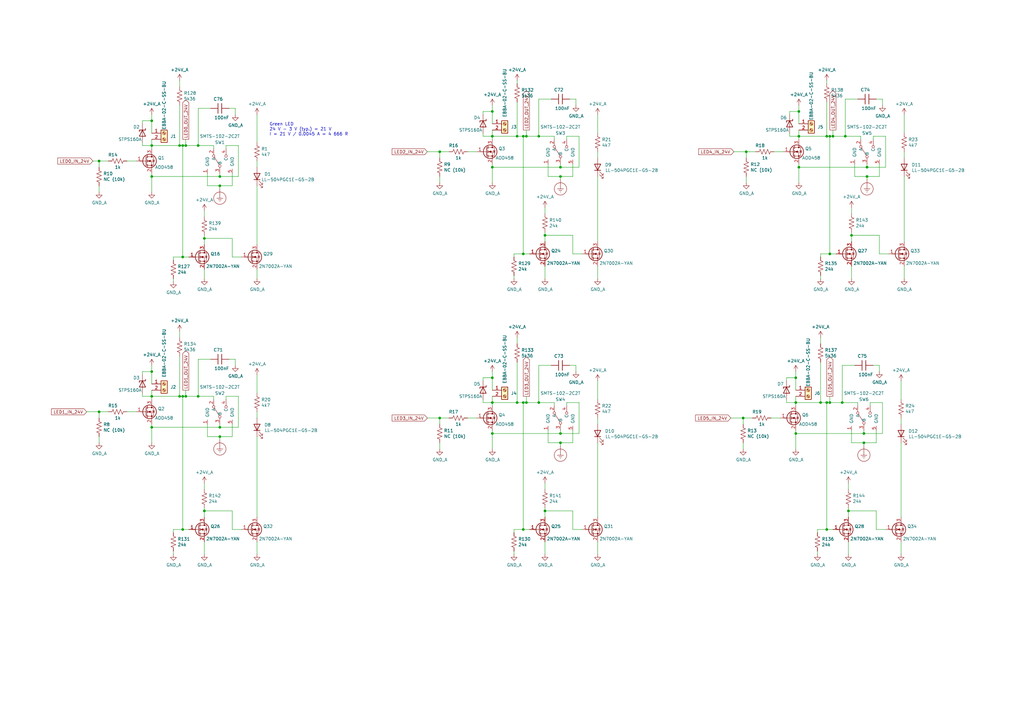
<source format=kicad_sch>
(kicad_sch (version 20230121) (generator eeschema)
  (paper "A3")
  (title_block (title "Outputs - switches 1-6") (date "2023-07-15") (rev "v2.0") (company "Roman Labovsky (roman-labovsky.cz)"))
  (junction (at 355.6 72.39))
  (junction (at 201.93 45.72))
  (junction (at 345.44 165.1))
  (junction (at 180.34 62.23))
  (junction (at 326.39 177.8))
  (junction (at 201.93 177.8))
  (junction (at 306.07 62.23))
  (junction (at 340.36 165.1))
  (junction (at 340.36 55.88))
  (junction (at 339.09 55.88))
  (junction (at 73.66 59.69))
  (junction (at 201.93 165.1))
  (junction (at 62.23 59.69))
  (junction (at 83.82 97.79))
  (junction (at 212.09 55.88))
  (junction (at 201.93 154.94))
  (junction (at 212.09 165.1))
  (junction (at 347.98 209.55))
  (junction (at 62.23 162.56))
  (junction (at 215.9 165.1))
  (junction (at 81.28 59.69))
  (junction (at 304.8 171.45))
  (junction (at 229.87 72.39))
  (junction (at 223.52 96.52))
  (junction (at 229.87 177.8))
  (junction (at 180.34 171.45))
  (junction (at 229.87 68.58))
  (junction (at 73.66 162.56))
  (junction (at 81.28 162.56))
  (junction (at 339.09 165.1))
  (junction (at 90.17 179.07))
  (junction (at 90.17 72.39))
  (junction (at 214.63 55.88))
  (junction (at 346.71 55.88))
  (junction (at 74.93 217.17))
  (junction (at 327.66 68.58))
  (junction (at 62.23 175.26))
  (junction (at 327.66 55.88))
  (junction (at 349.25 96.52))
  (junction (at 354.33 181.61))
  (junction (at 229.87 181.61))
  (junction (at 214.63 104.14))
  (junction (at 62.23 72.39))
  (junction (at 340.36 104.14))
  (junction (at 201.93 55.88))
  (junction (at 74.93 59.69))
  (junction (at 326.39 165.1))
  (junction (at 220.98 55.88))
  (junction (at 214.63 217.17))
  (junction (at 327.66 45.72))
  (junction (at 201.93 68.58))
  (junction (at 40.64 168.91))
  (junction (at 62.23 49.53))
  (junction (at 214.63 165.1))
  (junction (at 62.23 152.4))
  (junction (at 90.17 76.2))
  (junction (at 223.52 209.55))
  (junction (at 341.63 55.88))
  (junction (at 76.2 59.69))
  (junction (at 339.09 217.17))
  (junction (at 74.93 105.41))
  (junction (at 215.9 55.88))
  (junction (at 354.33 177.8))
  (junction (at 74.93 162.56))
  (junction (at 336.55 165.1))
  (junction (at 355.6 68.58))
  (junction (at 326.39 154.94))
  (junction (at 90.17 175.26))
  (junction (at 40.64 66.04))
  (junction (at 83.82 209.55))
  (junction (at 76.2 162.56))
  (junction (at 220.98 165.1))
  (wire (pts (xy 336.55 104.14) (xy 340.36 104.14)))
  (wire (pts (xy 229.87 72.39) (xy 234.95 72.39)))
  (wire (pts (xy 359.41 181.61) (xy 359.41 176.53)))
  (wire (pts (xy 95.25 105.41) (xy 99.06 105.41)))
  (wire (pts (xy 62.23 152.4) (xy 62.23 157.48)))
  (wire (pts (xy 358.14 149.86) (xy 360.68 149.86)))
  (wire (pts (xy 322.58 165.1) (xy 322.58 163.83)))
  (wire (pts (xy 92.71 59.69) (xy 92.71 60.96)))
  (wire (pts (xy 58.42 162.56) (xy 58.42 161.29)))
  (wire (pts (xy 198.12 55.88) (xy 198.12 54.61)))
  (wire (pts (xy 180.34 171.45) (xy 180.34 173.99)))
  (wire (pts (xy 223.52 96.52) (xy 234.95 96.52)))
  (wire (pts (xy 71.12 227.33) (xy 71.12 226.06)))
  (wire (pts (xy 326.39 165.1) (xy 322.58 165.1)))
  (wire (pts (xy 326.39 165.1) (xy 326.39 166.37)))
  (wire (pts (xy 201.93 55.88) (xy 198.12 55.88)))
  (wire (pts (xy 347.98 212.09) (xy 347.98 209.55)))
  (wire (pts (xy 85.09 76.2) (xy 90.17 76.2)))
  (wire (pts (xy 81.28 162.56) (xy 81.28 147.32)))
  (wire (pts (xy 90.17 179.07) (xy 95.25 179.07)))
  (wire (pts (xy 73.66 135.89) (xy 73.66 138.43)))
  (wire (pts (xy 62.23 181.61) (xy 62.23 175.26)))
  (wire (pts (xy 180.34 184.15) (xy 180.34 181.61)))
  (wire (pts (xy 90.17 180.34) (xy 90.17 179.07)))
  (wire (pts (xy 369.57 173.99) (xy 369.57 171.45)))
  (wire (pts (xy 212.09 41.91) (xy 212.09 55.88)))
  (wire (pts (xy 58.42 50.8) (xy 58.42 49.53)))
  (wire (pts (xy 347.98 209.55) (xy 359.41 209.55)))
  (wire (pts (xy 370.84 54.61) (xy 370.84 46.99)))
  (wire (pts (xy 306.07 62.23) (xy 306.07 64.77)))
  (wire (pts (xy 52.07 168.91) (xy 55.88 168.91)))
  (wire (pts (xy 210.82 217.17) (xy 214.63 217.17)))
  (wire (pts (xy 232.41 165.1) (xy 232.41 166.37)))
  (wire (pts (xy 201.93 68.58) (xy 229.87 68.58)))
  (wire (pts (xy 354.33 177.8) (xy 361.95 177.8)))
  (wire (pts (xy 210.82 114.3) (xy 210.82 113.03)))
  (wire (pts (xy 306.07 74.93) (xy 306.07 72.39)))
  (wire (pts (xy 233.68 40.64) (xy 236.22 40.64)))
  (wire (pts (xy 201.93 165.1) (xy 201.93 166.37)))
  (wire (pts (xy 76.2 162.56) (xy 81.28 162.56)))
  (wire (pts (xy 210.82 217.17) (xy 210.82 218.44)))
  (wire (pts (xy 76.2 59.69) (xy 81.28 59.69)))
  (wire (pts (xy 336.55 114.3) (xy 336.55 113.03)))
  (wire (pts (xy 354.33 181.61) (xy 359.41 181.61)))
  (wire (pts (xy 360.68 149.86) (xy 360.68 152.4)))
  (wire (pts (xy 74.93 59.69) (xy 74.93 105.41)))
  (wire (pts (xy 201.93 165.1) (xy 198.12 165.1)))
  (wire (pts (xy 340.36 55.88) (xy 340.36 104.14)))
  (wire (pts (xy 85.09 173.99) (xy 85.09 179.07)))
  (wire (pts (xy 58.42 49.53) (xy 62.23 49.53)))
  (wire (pts (xy 90.17 72.39) (xy 97.79 72.39)))
  (wire (pts (xy 96.52 44.45) (xy 96.52 46.99)))
  (wire (pts (xy 339.09 165.1) (xy 340.36 165.1)))
  (wire (pts (xy 220.98 40.64) (xy 226.06 40.64)))
  (wire (pts (xy 245.11 173.99) (xy 245.11 171.45)))
  (wire (pts (xy 227.33 166.37) (xy 227.33 165.1)))
  (wire (pts (xy 40.64 66.04) (xy 38.1 66.04)))
  (wire (pts (xy 83.82 97.79) (xy 83.82 96.52)))
  (wire (pts (xy 62.23 149.86) (xy 62.23 152.4)))
  (wire (pts (xy 73.66 59.69) (xy 74.93 59.69)))
  (wire (pts (xy 76.2 160.02) (xy 76.2 162.56)))
  (wire (pts (xy 198.12 154.94) (xy 201.93 154.94)))
  (wire (pts (xy 234.95 181.61) (xy 234.95 176.53)))
  (wire (pts (xy 87.63 60.96) (xy 87.63 59.69)))
  (wire (pts (xy 346.71 55.88) (xy 346.71 40.64)))
  (wire (pts (xy 327.66 55.88) (xy 327.66 57.15)))
  (wire (pts (xy 83.82 209.55) (xy 95.25 209.55)))
  (wire (pts (xy 323.85 45.72) (xy 327.66 45.72)))
  (wire (pts (xy 236.22 40.64) (xy 236.22 43.18)))
  (wire (pts (xy 224.79 67.31) (xy 224.79 72.39)))
  (wire (pts (xy 40.64 78.74) (xy 40.64 76.2)))
  (wire (pts (xy 81.28 147.32) (xy 86.36 147.32)))
  (wire (pts (xy 95.25 209.55) (xy 95.25 217.17)))
  (wire (pts (xy 105.41 161.29) (xy 105.41 153.67)))
  (wire (pts (xy 71.12 105.41) (xy 71.12 106.68)))
  (wire (pts (xy 229.87 73.66) (xy 229.87 72.39)))
  (wire (pts (xy 316.23 171.45) (xy 320.04 171.45)))
  (wire (pts (xy 355.6 67.31) (xy 355.6 68.58)))
  (wire (pts (xy 339.09 55.88) (xy 340.36 55.88)))
  (wire (pts (xy 350.52 72.39) (xy 355.6 72.39)))
  (wire (pts (xy 175.26 171.45) (xy 180.34 171.45)))
  (wire (pts (xy 359.41 40.64) (xy 361.95 40.64)))
  (wire (pts (xy 237.49 165.1) (xy 232.41 165.1)))
  (wire (pts (xy 345.44 165.1) (xy 345.44 149.86)))
  (wire (pts (xy 237.49 55.88) (xy 232.41 55.88)))
  (wire (pts (xy 220.98 55.88) (xy 220.98 40.64)))
  (wire (pts (xy 306.07 62.23) (xy 309.88 62.23)))
  (wire (pts (xy 360.68 104.14) (xy 364.49 104.14)))
  (wire (pts (xy 359.41 209.55) (xy 359.41 217.17)))
  (wire (pts (xy 340.36 165.1) (xy 345.44 165.1)))
  (wire (pts (xy 95.25 76.2) (xy 95.25 71.12)))
  (wire (pts (xy 233.68 149.86) (xy 236.22 149.86)))
  (wire (pts (xy 220.98 55.88) (xy 227.33 55.88)))
  (wire (pts (xy 336.55 148.59) (xy 336.55 165.1)))
  (wire (pts (xy 349.25 99.06) (xy 349.25 96.52)))
  (wire (pts (xy 234.95 209.55) (xy 234.95 217.17)))
  (wire (pts (xy 215.9 162.56) (xy 215.9 165.1)))
  (wire (pts (xy 77.47 217.17) (xy 74.93 217.17)))
  (wire (pts (xy 223.52 99.06) (xy 223.52 96.52)))
  (wire (pts (xy 327.66 55.88) (xy 339.09 55.88)))
  (wire (pts (xy 232.41 55.88) (xy 232.41 57.15)))
  (wire (pts (xy 71.12 115.57) (xy 71.12 114.3)))
  (wire (pts (xy 83.82 212.09) (xy 83.82 209.55)))
  (wire (pts (xy 212.09 165.1) (xy 214.63 165.1)))
  (wire (pts (xy 76.2 57.15) (xy 76.2 59.69)))
  (wire (pts (xy 81.28 59.69) (xy 87.63 59.69)))
  (wire (pts (xy 345.44 149.86) (xy 350.52 149.86)))
  (wire (pts (xy 198.12 156.21) (xy 198.12 154.94)))
  (wire (pts (xy 223.52 114.3) (xy 223.52 109.22)))
  (wire (pts (xy 201.93 53.34) (xy 201.93 55.88)))
  (wire (pts (xy 369.57 181.61) (xy 369.57 212.09)))
  (wire (pts (xy 90.17 173.99) (xy 90.17 175.26)))
  (wire (pts (xy 198.12 165.1) (xy 198.12 163.83)))
  (wire (pts (xy 341.63 53.34) (xy 341.63 55.88)))
  (wire (pts (xy 201.93 43.18) (xy 201.93 45.72)))
  (wire (pts (xy 220.98 149.86) (xy 226.06 149.86)))
  (wire (pts (xy 62.23 162.56) (xy 58.42 162.56)))
  (wire (pts (xy 201.93 152.4) (xy 201.93 154.94)))
  (wire (pts (xy 95.25 179.07) (xy 95.25 173.99)))
  (wire (pts (xy 214.63 55.88) (xy 215.9 55.88)))
  (wire (pts (xy 370.84 64.77) (xy 370.84 62.23)))
  (wire (pts (xy 327.66 43.18) (xy 327.66 45.72)))
  (wire (pts (xy 212.09 148.59) (xy 212.09 165.1)))
  (wire (pts (xy 81.28 44.45) (xy 86.36 44.45)))
  (wire (pts (xy 214.63 55.88) (xy 214.63 104.14)))
  (wire (pts (xy 349.25 114.3) (xy 349.25 109.22)))
  (wire (pts (xy 212.09 138.43) (xy 212.09 140.97)))
  (wire (pts (xy 356.87 165.1) (xy 356.87 166.37)))
  (wire (pts (xy 40.64 66.04) (xy 44.45 66.04)))
  (wire (pts (xy 354.33 182.88) (xy 354.33 181.61)))
  (wire (pts (xy 326.39 162.56) (xy 326.39 165.1)))
  (wire (pts (xy 355.6 72.39) (xy 360.68 72.39)))
  (wire (pts (xy 62.23 175.26) (xy 62.23 173.99)))
  (wire (pts (xy 212.09 55.88) (xy 214.63 55.88)))
  (wire (pts (xy 210.82 227.33) (xy 210.82 226.06)))
  (wire (pts (xy 105.41 76.2) (xy 105.41 100.33)))
  (wire (pts (xy 349.25 87.63) (xy 349.25 85.09)))
  (wire (pts (xy 105.41 68.58) (xy 105.41 66.04)))
  (wire (pts (xy 85.09 179.07) (xy 90.17 179.07)))
  (wire (pts (xy 105.41 227.33) (xy 105.41 222.25)))
  (wire (pts (xy 85.09 71.12) (xy 85.09 76.2)))
  (wire (pts (xy 215.9 53.34) (xy 215.9 55.88)))
  (wire (pts (xy 201.93 177.8) (xy 229.87 177.8)))
  (wire (pts (xy 201.93 55.88) (xy 212.09 55.88)))
  (wire (pts (xy 105.41 179.07) (xy 105.41 212.09)))
  (wire (pts (xy 223.52 87.63) (xy 223.52 85.09)))
  (wire (pts (xy 201.93 74.93) (xy 201.93 68.58)))
  (wire (pts (xy 349.25 96.52) (xy 349.25 95.25)))
  (wire (pts (xy 224.79 181.61) (xy 229.87 181.61)))
  (wire (pts (xy 40.64 181.61) (xy 40.64 179.07)))
  (wire (pts (xy 62.23 160.02) (xy 62.23 162.56)))
  (wire (pts (xy 92.71 162.56) (xy 92.71 163.83)))
  (wire (pts (xy 234.95 104.14) (xy 238.76 104.14)))
  (wire (pts (xy 83.82 97.79) (xy 95.25 97.79)))
  (wire (pts (xy 62.23 57.15) (xy 62.23 59.69)))
  (wire (pts (xy 74.93 105.41) (xy 71.12 105.41)))
  (wire (pts (xy 191.77 171.45) (xy 195.58 171.45)))
  (wire (pts (xy 304.8 184.15) (xy 304.8 181.61)))
  (wire (pts (xy 201.93 177.8) (xy 201.93 176.53)))
  (wire (pts (xy 327.66 55.88) (xy 323.85 55.88)))
  (wire (pts (xy 83.82 88.9) (xy 83.82 86.36)))
  (wire (pts (xy 350.52 67.31) (xy 350.52 72.39)))
  (wire (pts (xy 234.95 217.17) (xy 238.76 217.17)))
  (wire (pts (xy 198.12 46.99) (xy 198.12 45.72)))
  (wire (pts (xy 361.95 165.1) (xy 361.95 177.8)))
  (wire (pts (xy 224.79 72.39) (xy 229.87 72.39)))
  (wire (pts (xy 214.63 165.1) (xy 214.63 217.17)))
  (wire (pts (xy 229.87 177.8) (xy 237.49 177.8)))
  (wire (pts (xy 93.98 44.45) (xy 96.52 44.45)))
  (wire (pts (xy 62.23 46.99) (xy 62.23 49.53)))
  (wire (pts (xy 335.28 217.17) (xy 339.09 217.17)))
  (wire (pts (xy 201.93 154.94) (xy 201.93 160.02)))
  (wire (pts (xy 304.8 171.45) (xy 308.61 171.45)))
  (wire (pts (xy 369.57 163.83) (xy 369.57 156.21)))
  (wire (pts (xy 90.17 175.26) (xy 97.79 175.26)))
  (wire (pts (xy 52.07 66.04) (xy 55.88 66.04)))
  (wire (pts (xy 74.93 59.69) (xy 76.2 59.69)))
  (wire (pts (xy 369.57 227.33) (xy 369.57 222.25)))
  (wire (pts (xy 346.71 55.88) (xy 353.06 55.88)))
  (wire (pts (xy 201.93 165.1) (xy 212.09 165.1)))
  (wire (pts (xy 97.79 162.56) (xy 92.71 162.56)))
  (wire (pts (xy 245.11 163.83) (xy 245.11 156.21)))
  (wire (pts (xy 74.93 162.56) (xy 76.2 162.56)))
  (wire (pts (xy 93.98 147.32) (xy 96.52 147.32)))
  (wire (pts (xy 359.41 217.17) (xy 363.22 217.17)))
  (wire (pts (xy 237.49 165.1) (xy 237.49 177.8)))
  (wire (pts (xy 40.64 66.04) (xy 40.64 68.58)))
  (wire (pts (xy 201.93 55.88) (xy 201.93 57.15)))
  (wire (pts (xy 90.17 77.47) (xy 90.17 76.2)))
  (wire (pts (xy 97.79 59.69) (xy 97.79 72.39)))
  (wire (pts (xy 73.66 33.02) (xy 73.66 35.56)))
  (wire (pts (xy 349.25 96.52) (xy 360.68 96.52)))
  (wire (pts (xy 58.42 153.67) (xy 58.42 152.4)))
  (wire (pts (xy 326.39 184.15) (xy 326.39 177.8)))
  (wire (pts (xy 83.82 100.33) (xy 83.82 97.79)))
  (wire (pts (xy 339.09 41.91) (xy 339.09 55.88)))
  (wire (pts (xy 201.93 162.56) (xy 201.93 165.1)))
  (wire (pts (xy 175.26 62.23) (xy 180.34 62.23)))
  (wire (pts (xy 360.68 72.39) (xy 360.68 67.31)))
  (wire (pts (xy 62.23 59.69) (xy 73.66 59.69)))
  (wire (pts (xy 83.82 227.33) (xy 83.82 222.25)))
  (wire (pts (xy 234.95 96.52) (xy 234.95 104.14)))
  (wire (pts (xy 327.66 68.58) (xy 355.6 68.58)))
  (wire (pts (xy 40.64 168.91) (xy 44.45 168.91)))
  (wire (pts (xy 40.64 168.91) (xy 40.64 171.45)))
  (wire (pts (xy 349.25 181.61) (xy 354.33 181.61)))
  (wire (pts (xy 198.12 45.72) (xy 201.93 45.72)))
  (wire (pts (xy 97.79 162.56) (xy 97.79 175.26)))
  (wire (pts (xy 73.66 43.18) (xy 73.66 59.69)))
  (wire (pts (xy 83.82 200.66) (xy 83.82 198.12)))
  (wire (pts (xy 335.28 217.17) (xy 335.28 218.44)))
  (wire (pts (xy 214.63 217.17) (xy 217.17 217.17)))
  (wire (pts (xy 327.66 68.58) (xy 327.66 67.31)))
  (wire (pts (xy 77.47 105.41) (xy 74.93 105.41)))
  (wire (pts (xy 191.77 62.23) (xy 195.58 62.23)))
  (wire (pts (xy 180.34 62.23) (xy 180.34 64.77)))
  (wire (pts (xy 223.52 96.52) (xy 223.52 95.25)))
  (wire (pts (xy 340.36 55.88) (xy 341.63 55.88)))
  (wire (pts (xy 180.34 74.93) (xy 180.34 72.39)))
  (wire (pts (xy 300.99 62.23) (xy 306.07 62.23)))
  (wire (pts (xy 336.55 165.1) (xy 339.09 165.1)))
  (wire (pts (xy 62.23 49.53) (xy 62.23 54.61)))
  (wire (pts (xy 327.66 53.34) (xy 327.66 55.88)))
  (wire (pts (xy 223.52 212.09) (xy 223.52 209.55)))
  (wire (pts (xy 245.11 114.3) (xy 245.11 109.22)))
  (wire (pts (xy 341.63 55.88) (xy 346.71 55.88)))
  (wire (pts (xy 323.85 55.88) (xy 323.85 54.61)))
  (wire (pts (xy 245.11 227.33) (xy 245.11 222.25)))
  (wire (pts (xy 229.87 67.31) (xy 229.87 68.58)))
  (wire (pts (xy 351.79 166.37) (xy 351.79 165.1)))
  (wire (pts (xy 201.93 45.72) (xy 201.93 50.8)))
  (wire (pts (xy 71.12 217.17) (xy 71.12 218.44)))
  (wire (pts (xy 361.95 40.64) (xy 361.95 43.18)))
  (wire (pts (xy 327.66 74.93) (xy 327.66 68.58)))
  (wire (pts (xy 90.17 71.12) (xy 90.17 72.39)))
  (wire (pts (xy 339.09 33.02) (xy 339.09 34.29)))
  (wire (pts (xy 95.25 217.17) (xy 99.06 217.17)))
  (wire (pts (xy 349.25 176.53) (xy 349.25 181.61)))
  (wire (pts (xy 215.9 55.88) (xy 220.98 55.88)))
  (wire (pts (xy 83.82 114.3) (xy 83.82 110.49)))
  (wire (pts (xy 236.22 149.86) (xy 236.22 152.4)))
  (wire (pts (xy 336.55 104.14) (xy 336.55 105.41)))
  (wire (pts (xy 327.66 45.72) (xy 327.66 50.8)))
  (wire (pts (xy 347.98 209.55) (xy 347.98 208.28)))
  (wire (pts (xy 210.82 104.14) (xy 210.82 105.41)))
  (wire (pts (xy 58.42 59.69) (xy 58.42 58.42)))
  (wire (pts (xy 73.66 146.05) (xy 73.66 162.56)))
  (wire (pts (xy 105.41 58.42) (xy 105.41 46.99)))
  (wire (pts (xy 223.52 209.55) (xy 234.95 209.55)))
  (wire (pts (xy 87.63 163.83) (xy 87.63 162.56)))
  (wire (pts (xy 62.23 175.26) (xy 90.17 175.26)))
  (wire (pts (xy 353.06 57.15) (xy 353.06 55.88)))
  (wire (pts (xy 83.82 209.55) (xy 83.82 208.28)))
  (wire (pts (xy 347.98 200.66) (xy 347.98 198.12)))
  (wire (pts (xy 229.87 181.61) (xy 234.95 181.61)))
  (wire (pts (xy 90.17 76.2) (xy 95.25 76.2)))
  (wire (pts (xy 62.23 72.39) (xy 90.17 72.39)))
  (wire (pts (xy 326.39 177.8) (xy 354.33 177.8)))
  (wire (pts (xy 74.93 162.56) (xy 74.93 217.17)))
  (wire (pts (xy 97.79 59.69) (xy 92.71 59.69)))
  (wire (pts (xy 62.23 59.69) (xy 58.42 59.69)))
  (wire (pts (xy 245.11 54.61) (xy 245.11 46.99)))
  (wire (pts (xy 336.55 138.43) (xy 336.55 140.97)))
  (wire (pts (xy 299.72 171.45) (xy 304.8 171.45)))
  (wire (pts (xy 229.87 176.53) (xy 229.87 177.8)))
  (wire (pts (xy 339.09 165.1) (xy 339.09 217.17)))
  (wire (pts (xy 73.66 162.56) (xy 74.93 162.56)))
  (wire (pts (xy 95.25 97.79) (xy 95.25 105.41)))
  (wire (pts (xy 322.58 156.21) (xy 322.58 154.94)))
  (wire (pts (xy 201.93 184.15) (xy 201.93 177.8)))
  (wire (pts (xy 354.33 176.53) (xy 354.33 177.8)))
  (wire (pts (xy 81.28 59.69) (xy 81.28 44.45)))
  (wire (pts (xy 62.23 59.69) (xy 62.23 60.96)))
  (wire (pts (xy 326.39 165.1) (xy 336.55 165.1)))
  (wire (pts (xy 340.36 162.56) (xy 340.36 165.1)))
  (wire (pts (xy 62.23 162.56) (xy 62.23 163.83)))
  (wire (pts (xy 229.87 68.58) (xy 237.49 68.58)))
  (wire (pts (xy 335.28 227.33) (xy 335.28 226.06)))
  (wire (pts (xy 245.11 72.39) (xy 245.11 99.06)))
  (wire (pts (xy 345.44 165.1) (xy 351.79 165.1)))
  (wire (pts (xy 340.36 104.14) (xy 342.9 104.14)))
  (wire (pts (xy 326.39 154.94) (xy 326.39 160.02)))
  (wire (pts (xy 223.52 209.55) (xy 223.52 208.28)))
  (wire (pts (xy 96.52 147.32) (xy 96.52 149.86)))
  (wire (pts (xy 62.23 162.56) (xy 73.66 162.56)))
  (wire (pts (xy 304.8 171.45) (xy 304.8 173.99)))
  (wire (pts (xy 223.52 227.33) (xy 223.52 222.25)))
  (wire (pts (xy 220.98 165.1) (xy 220.98 149.86)))
  (wire (pts (xy 214.63 104.14) (xy 217.17 104.14)))
  (wire (pts (xy 74.93 217.17) (xy 71.12 217.17)))
  (wire (pts (xy 322.58 154.94) (xy 326.39 154.94)))
  (wire (pts (xy 370.84 114.3) (xy 370.84 109.22)))
  (wire (pts (xy 237.49 55.88) (xy 237.49 68.58)))
  (wire (pts (xy 363.22 55.88) (xy 358.14 55.88)))
  (wire (pts (xy 229.87 182.88) (xy 229.87 181.61)))
  (wire (pts (xy 245.11 64.77) (xy 245.11 62.23)))
  (wire (pts (xy 35.56 168.91) (xy 40.64 168.91)))
  (wire (pts (xy 346.71 40.64) (xy 351.79 40.64)))
  (wire (pts (xy 105.41 171.45) (xy 105.41 168.91)))
  (wire (pts (xy 358.14 55.88) (xy 358.14 57.15)))
  (wire (pts (xy 105.41 114.3) (xy 105.41 110.49)))
  (wire (pts (xy 210.82 104.14) (xy 214.63 104.14)))
  (wire (pts (xy 363.22 55.88) (xy 363.22 68.58)))
  (wire (pts (xy 215.9 165.1) (xy 220.98 165.1)))
  (wire (pts (xy 220.98 165.1) (xy 227.33 165.1)))
  (wire (pts (xy 180.34 171.45) (xy 184.15 171.45)))
  (wire (pts (xy 180.34 62.23) (xy 184.15 62.23)))
  (wire (pts (xy 361.95 165.1) (xy 356.87 165.1)))
  (wire (pts (xy 81.28 162.56) (xy 87.63 162.56)))
  (wire (pts (xy 339.09 217.17) (xy 341.63 217.17)))
  (wire (pts (xy 62.23 72.39) (xy 62.23 71.12)))
  (wire (pts (xy 234.95 72.39) (xy 234.95 67.31)))
  (wire (pts (xy 227.33 57.15) (xy 227.33 55.88)))
  (wire (pts (xy 317.5 62.23) (xy 321.31 62.23)))
  (wire (pts (xy 323.85 46.99) (xy 323.85 45.72)))
  (wire (pts (xy 355.6 73.66) (xy 355.6 72.39)))
  (wire (pts (xy 212.09 34.29) (xy 212.09 33.02)))
  (wire (pts (xy 245.11 212.09) (xy 245.11 181.61)))
  (wire (pts (xy 347.98 227.33) (xy 347.98 222.25)))
  (wire (pts (xy 224.79 176.53) (xy 224.79 181.61)))
  (wire (pts (xy 201.93 68.58) (xy 201.93 67.31)))
  (wire (pts (xy 370.84 99.06) (xy 370.84 72.39)))
  (wire (pts (xy 355.6 68.58) (xy 363.22 68.58)))
  (wire (pts (xy 326.39 177.8) (xy 326.39 176.53)))
  (wire (pts (xy 360.68 96.52) (xy 360.68 104.14)))
  (wire (pts (xy 62.23 78.74) (xy 62.23 72.39)))
  (wire (pts (xy 223.52 200.66) (xy 223.52 198.12)))
  (wire (pts (xy 214.63 165.1) (xy 215.9 165.1)))
  (wire (pts (xy 58.42 152.4) (xy 62.23 152.4)))
  (wire (pts (xy 326.39 152.4) (xy 326.39 154.94)))
  (text "Green LED\n24 V - 3 V (typ.) = 21 V\nI = 21 V / 0.0045 A = 4 666 R\n" (at 110.49 55.88 0) (effects (font (size 1.27 1.27)) (justify left bottom)))
  (global_label "LED2_IN_24V" (shape input) (at 175.26 62.23 180) (property "Intersheetrefs" "${INTERSHEET_REFS}" (effects hide)))
  (global_label "LED5_IN_24V" (shape input) (at 299.72 171.45 180) (property "Intersheetrefs" "${INTERSHEET_REFS}" (effects hide)))
  (global_label "LED2_OUT_24V" (shape output) (at 215.9 53.34 90) (property "Intersheetrefs" "${INTERSHEET_REFS}" (effects hide)))
  (global_label "LED1_IN_24V" (shape input) (at 35.56 168.91 180) (property "Intersheetrefs" "${INTERSHEET_REFS}" (effects hide)))
  (global_label "LED1_OUT_24V" (shape output) (at 76.2 160.02 90) (property "Intersheetrefs" "${INTERSHEET_REFS}" (effects hide)))
  (global_label "LED3_OUT_24V" (shape output) (at 215.9 162.56 90) (property "Intersheetrefs" "${INTERSHEET_REFS}" (effects hide)))
  (global_label "LED3_IN_24V" (shape input) (at 175.26 171.45 180) (property "Intersheetrefs" "${INTERSHEET_REFS}" (effects hide)))
  (global_label "LED5_OUT_24V" (shape output) (at 340.36 162.56 90) (property "Intersheetrefs" "${INTERSHEET_REFS}" (effects hide)))
  (global_label "LED4_IN_24V" (shape input) (at 300.99 62.23 180) (property "Intersheetrefs" "${INTERSHEET_REFS}" (effects hide)))
  (global_label "LED4_OUT_24V" (shape output) (at 341.63 53.34 90) (property "Intersheetrefs" "${INTERSHEET_REFS}" (effects hide)))
  (global_label "LED0_OUT_24V" (shape output) (at 76.2 57.15 90) (property "Intersheetrefs" "${INTERSHEET_REFS}" (effects hide)))
  (global_label "LED0_IN_24V" (shape input) (at 38.1 66.04 180) (property "Intersheetrefs" "${INTERSHEET_REFS}" (effects hide)))
  (symbol (lib_id "terminal_block_tht_rl:EBBA-02-C-SS-BU") (at 67.31 158.75 0) (unit 1)
    (property "Reference" "J2" (at 69.85 158.75 0) (effects (justify left)))
    (property "Value" "EBBA-02-C-SS-BU" (at 67.31 144.78 90))
    (property "Footprint" "terminal_block_tht_rl:EBBA-02-C-SS-BU" (effects hide))
    (property "Datasheet" "https://app.adam-tech.com/products/download/data_sheet/204164/ebba-xx-c-ss-bu-data-sheet.pdf" (effects hide))
  )
  (symbol (lib_id "resistor_smd_rl:r_1206_us") (at 40.64 175.26 270) (unit 1)
    (property "Reference" "R8" (at 42.3672 174.0916 90) (effects (justify left)))
    (property "Value" "NC (10k)" (at 42.3672 176.403 90) (effects (justify left)))
    (property "Footprint" "resistor_smd_rl:r_1206" (effects hide))
  )
  (symbol (lib_id "resistor_smd_rl:r_1206_us") (at 105.41 165.1 270) (unit 1)
    (property "Reference" "R20" (at 107.1372 163.9316 90) (effects (justify left)))
    (property "Value" "4k7" (at 107.1372 166.243 90) (effects (justify left)))
    (property "Footprint" "resistor_smd_rl:r_1206" (effects hide))
  )
  (symbol (lib_id "led_tht_rl:LL-504PGC1E-G5-2B") (at 105.41 175.26 90) (unit 1)
    (property "Reference" "D8" (at 108.4072 174.2694 90) (effects (justify right)))
    (property "Value" "LL-504PGC1E-G5-2B" (at 119.38 176.53 90))
    (property "Footprint" "led_tht_rl:led_d5mm_2.54mm" (effects hide))
    (property "Datasheet" "https://www.luckylight.cn/media/component/data-sheet/504PGC1E-G5-2B.pdf" (effects hide))
  )
  (symbol (lib_id "power_rl:GND_A") (at 40.64 181.61 0) (unit 1)
    (property "Reference" "#PWR0102" (effects hide))
    (property "Value" "GND_A" (at 40.767 186.0042 0))
  )
  (symbol (lib_id "power_rl:Earth_Protective") (at 90.17 180.34 0) (unit 1)
    (property "Reference" "#PWR0103" (effects hide))
    (property "Value" "Earth_Protective" (effects hide))
  )
  (symbol (lib_id "power_rl:+24V_A") (at 62.23 149.86 0) (unit 1)
    (property "Reference" "#PWR0104" (effects hide))
    (property "Value" "+24V_A" (at 62.23 145.4658 0))
  )
  (symbol (lib_id "power_rl:GND_A") (at 62.23 181.61 0) (unit 1)
    (property "Reference" "#PWR0105" (effects hide))
    (property "Value" "GND_A" (at 62.357 186.0042 0))
  )
  (symbol (lib_id "power_rl:+24V_A") (at 105.41 153.67 0) (unit 1)
    (property "Reference" "#PWR0106" (effects hide))
    (property "Value" "+24V_A" (at 105.41 149.2758 0))
  )
  (symbol (lib_id "switch_tht_rl:SMTS-102-2C2T") (at 90.17 167.64 90) (unit 1)
    (property "Reference" "SW2" (at 90.17 161.29 90))
    (property "Value" "SMTS-102-2C2T" (at 90.17 158.75 90))
    (property "Footprint" "switch_tht_rl:SMTS-102-2C2T" (effects hide))
    (property "Datasheet" "https://www.gme.cz/data/attachments/dsh.631-528.1.pdf" (effects hide))
  )
  (symbol (lib_id "unipolar_transistor_smd_rl:AOD458") (at 62.23 168.91 0) (unit 1)
    (property "Reference" "Q2" (at 64.77 167.64 0) (effects (justify left)))
    (property "Value" "AOD458" (at 67.31 171.45 0))
    (property "Footprint" "package_to_rl:to_252_2" (effects hide))
    (property "Datasheet" "https://aosmd.com/sites/default/files/res/data_sheets/AOD458.pdf" (effects hide))
  )
  (symbol (lib_id "terminal_block_tht_rl:EBBA-02-C-SS-BU") (at 207.01 52.07 0) (unit 1)
    (property "Reference" "J3" (at 209.55 52.07 0) (effects (justify left)))
    (property "Value" "EBBA-02-C-SS-BU" (at 207.01 38.1 90))
    (property "Footprint" "terminal_block_tht_rl:EBBA-02-C-SS-BU" (effects hide))
    (property "Datasheet" "https://app.adam-tech.com/products/download/data_sheet/204164/ebba-xx-c-ss-bu-data-sheet.pdf" (effects hide))
  )
  (symbol (lib_id "resistor_smd_rl:r_1206_us") (at 180.34 68.58 270) (unit 1)
    (property "Reference" "R9" (at 182.0672 67.4116 90) (effects (justify left)))
    (property "Value" "NC (10k)" (at 182.0672 69.723 90) (effects (justify left)))
    (property "Footprint" "resistor_smd_rl:r_1206" (effects hide))
  )
  (symbol (lib_id "resistor_smd_rl:r_1206_us") (at 245.11 58.42 270) (unit 1)
    (property "Reference" "R21" (at 246.8372 57.2516 90) (effects (justify left)))
    (property "Value" "4k7" (at 246.8372 59.563 90) (effects (justify left)))
    (property "Footprint" "resistor_smd_rl:r_1206" (effects hide))
  )
  (symbol (lib_id "led_tht_rl:LL-504PGC1E-G5-2B") (at 245.11 68.58 90) (unit 1)
    (property "Reference" "D9" (at 248.1072 67.5894 90) (effects (justify right)))
    (property "Value" "LL-504PGC1E-G5-2B" (at 259.08 69.85 90))
    (property "Footprint" "led_tht_rl:led_d5mm_2.54mm" (effects hide))
    (property "Datasheet" "https://www.luckylight.cn/media/component/data-sheet/504PGC1E-G5-2B.pdf" (effects hide))
  )
  (symbol (lib_id "power_rl:GND_A") (at 180.34 74.93 0) (unit 1)
    (property "Reference" "#PWR0107" (effects hide))
    (property "Value" "GND_A" (at 180.467 79.3242 0))
  )
  (symbol (lib_id "power_rl:Earth_Protective") (at 229.87 73.66 0) (unit 1)
    (property "Reference" "#PWR0108" (effects hide))
    (property "Value" "Earth_Protective" (effects hide))
  )
  (symbol (lib_id "power_rl:+24V_A") (at 201.93 43.18 0) (unit 1)
    (property "Reference" "#PWR0109" (effects hide))
    (property "Value" "+24V_A" (at 201.93 38.7858 0))
  )
  (symbol (lib_id "power_rl:GND_A") (at 201.93 74.93 0) (unit 1)
    (property "Reference" "#PWR0116" (effects hide))
    (property "Value" "GND_A" (at 202.057 79.3242 0))
  )
  (symbol (lib_id "power_rl:+24V_A") (at 245.11 46.99 0) (unit 1)
    (property "Reference" "#PWR0117" (effects hide))
    (property "Value" "+24V_A" (at 245.11 42.5958 0))
  )
  (symbol (lib_id "switch_tht_rl:SMTS-102-2C2T") (at 229.87 60.96 90) (unit 1)
    (property "Reference" "SW3" (at 229.87 54.61 90))
    (property "Value" "SMTS-102-2C2T" (at 229.87 52.07 90))
    (property "Footprint" "switch_tht_rl:SMTS-102-2C2T" (effects hide))
    (property "Datasheet" "https://www.gme.cz/data/attachments/dsh.631-528.1.pdf" (effects hide))
  )
  (symbol (lib_id "unipolar_transistor_smd_rl:AOD458") (at 201.93 62.23 0) (unit 1)
    (property "Reference" "Q3" (at 204.47 60.96 0) (effects (justify left)))
    (property "Value" "AOD458" (at 207.01 64.77 0))
    (property "Footprint" "package_to_rl:to_252_2" (effects hide))
    (property "Datasheet" "https://aosmd.com/sites/default/files/res/data_sheets/AOD458.pdf" (effects hide))
  )
  (symbol (lib_id "terminal_block_tht_rl:EBBA-02-C-SS-BU") (at 207.01 161.29 0) (unit 1)
    (property "Reference" "J4" (at 209.55 161.29 0) (effects (justify left)))
    (property "Value" "EBBA-02-C-SS-BU" (at 207.01 147.32 90))
    (property "Footprint" "terminal_block_tht_rl:EBBA-02-C-SS-BU" (effects hide))
    (property "Datasheet" "https://app.adam-tech.com/products/download/data_sheet/204164/ebba-xx-c-ss-bu-data-sheet.pdf" (effects hide))
  )
  (symbol (lib_id "resistor_smd_rl:r_1206_us") (at 180.34 177.8 270) (unit 1)
    (property "Reference" "R11" (at 182.0672 176.6316 90) (effects (justify left)))
    (property "Value" "NC (10k)" (at 182.0672 178.943 90) (effects (justify left)))
    (property "Footprint" "resistor_smd_rl:r_1206" (effects hide))
  )
  (symbol (lib_id "resistor_smd_rl:r_1206_us") (at 245.11 167.64 270) (unit 1)
    (property "Reference" "R22" (at 246.8372 166.4716 90) (effects (justify left)))
    (property "Value" "4k7" (at 246.8372 168.783 90) (effects (justify left)))
    (property "Footprint" "resistor_smd_rl:r_1206" (effects hide))
  )
  (symbol (lib_id "led_tht_rl:LL-504PGC1E-G5-2B") (at 245.11 177.8 90) (unit 1)
    (property "Reference" "D10" (at 248.1072 176.8094 90) (effects (justify right)))
    (property "Value" "LL-504PGC1E-G5-2B" (at 259.08 179.07 90))
    (property "Footprint" "led_tht_rl:led_d5mm_2.54mm" (effects hide))
    (property "Datasheet" "https://www.luckylight.cn/media/component/data-sheet/504PGC1E-G5-2B.pdf" (effects hide))
  )
  (symbol (lib_id "power_rl:GND_A") (at 180.34 184.15 0) (unit 1)
    (property "Reference" "#PWR0118" (effects hide))
    (property "Value" "GND_A" (at 180.467 188.5442 0))
  )
  (symbol (lib_id "power_rl:Earth_Protective") (at 229.87 182.88 0) (unit 1)
    (property "Reference" "#PWR0126" (effects hide))
    (property "Value" "Earth_Protective" (effects hide))
  )
  (symbol (lib_id "power_rl:+24V_A") (at 201.93 152.4 0) (unit 1)
    (property "Reference" "#PWR0127" (effects hide))
    (property "Value" "+24V_A" (at 201.93 148.0058 0))
  )
  (symbol (lib_id "power_rl:GND_A") (at 201.93 184.15 0) (unit 1)
    (property "Reference" "#PWR0128" (effects hide))
    (property "Value" "GND_A" (at 202.057 188.5442 0))
  )
  (symbol (lib_id "power_rl:+24V_A") (at 245.11 156.21 0) (unit 1)
    (property "Reference" "#PWR0129" (effects hide))
    (property "Value" "+24V_A" (at 245.11 151.8158 0))
  )
  (symbol (lib_id "switch_tht_rl:SMTS-102-2C2T") (at 229.87 170.18 90) (unit 1)
    (property "Reference" "SW4" (at 229.87 163.83 90))
    (property "Value" "SMTS-102-2C2T" (at 229.87 161.29 90))
    (property "Footprint" "switch_tht_rl:SMTS-102-2C2T" (effects hide))
    (property "Datasheet" "https://www.gme.cz/data/attachments/dsh.631-528.1.pdf" (effects hide))
  )
  (symbol (lib_id "unipolar_transistor_smd_rl:AOD458") (at 201.93 171.45 0) (unit 1)
    (property "Reference" "Q4" (at 204.47 170.18 0) (effects (justify left)))
    (property "Value" "AOD458" (at 207.01 173.99 0))
    (property "Footprint" "package_to_rl:to_252_2" (effects hide))
    (property "Datasheet" "https://aosmd.com/sites/default/files/res/data_sheets/AOD458.pdf" (effects hide))
  )
  (symbol (lib_id "terminal_block_tht_rl:EBBA-02-C-SS-BU") (at 332.74 52.07 0) (unit 1)
    (property "Reference" "J5" (at 335.28 52.07 0) (effects (justify left)))
    (property "Value" "EBBA-02-C-SS-BU" (at 332.74 39.37 90))
    (property "Footprint" "terminal_block_tht_rl:EBBA-02-C-SS-BU" (effects hide))
    (property "Datasheet" "https://app.adam-tech.com/products/download/data_sheet/204164/ebba-xx-c-ss-bu-data-sheet.pdf" (effects hide))
  )
  (symbol (lib_id "resistor_smd_rl:r_1206_us") (at 306.07 68.58 270) (unit 1)
    (property "Reference" "R12" (at 307.7972 67.4116 90) (effects (justify left)))
    (property "Value" "NC (10k)" (at 307.7972 69.723 90) (effects (justify left)))
    (property "Footprint" "resistor_smd_rl:r_1206" (effects hide))
  )
  (symbol (lib_id "resistor_smd_rl:r_1206_us") (at 370.84 58.42 270) (unit 1)
    (property "Reference" "R23" (at 372.5672 57.2516 90) (effects (justify left)))
    (property "Value" "4k7" (at 372.5672 59.563 90) (effects (justify left)))
    (property "Footprint" "resistor_smd_rl:r_1206" (effects hide))
  )
  (symbol (lib_id "led_tht_rl:LL-504PGC1E-G5-2B") (at 370.84 68.58 90) (unit 1)
    (property "Reference" "D11" (at 373.8372 67.5894 90) (effects (justify right)))
    (property "Value" "LL-504PGC1E-G5-2B" (at 384.81 69.85 90))
    (property "Footprint" "led_tht_rl:led_d5mm_2.54mm" (effects hide))
    (property "Datasheet" "https://www.luckylight.cn/media/component/data-sheet/504PGC1E-G5-2B.pdf" (effects hide))
  )
  (symbol (lib_id "power_rl:GND_A") (at 306.07 74.93 0) (unit 1)
    (property "Reference" "#PWR0130" (effects hide))
    (property "Value" "GND_A" (at 306.197 79.3242 0))
  )
  (symbol (lib_id "power_rl:Earth_Protective") (at 355.6 73.66 0) (unit 1)
    (property "Reference" "#PWR0131" (effects hide))
    (property "Value" "Earth_Protective" (effects hide))
  )
  (symbol (lib_id "power_rl:+24V_A") (at 327.66 43.18 0) (unit 1)
    (property "Reference" "#PWR0132" (effects hide))
    (property "Value" "+24V_A" (at 327.66 38.7858 0))
  )
  (symbol (lib_id "power_rl:GND_A") (at 327.66 74.93 0) (unit 1)
    (property "Reference" "#PWR0133" (effects hide))
    (property "Value" "GND_A" (at 327.787 79.3242 0))
  )
  (symbol (lib_id "power_rl:+24V_A") (at 370.84 46.99 0) (unit 1)
    (property "Reference" "#PWR0140" (effects hide))
    (property "Value" "+24V_A" (at 370.84 42.5958 0))
  )
  (symbol (lib_id "switch_tht_rl:SMTS-102-2C2T") (at 355.6 60.96 90) (unit 1)
    (property "Reference" "SW5" (at 355.6 54.61 90))
    (property "Value" "SMTS-102-2C2T" (at 355.6 52.07 90))
    (property "Footprint" "switch_tht_rl:SMTS-102-2C2T" (effects hide))
    (property "Datasheet" "https://www.gme.cz/data/attachments/dsh.631-528.1.pdf" (effects hide))
  )
  (symbol (lib_id "unipolar_transistor_smd_rl:AOD458") (at 327.66 62.23 0) (unit 1)
    (property "Reference" "Q5" (at 330.2 60.96 0) (effects (justify left)))
    (property "Value" "AOD458" (at 332.74 64.77 0))
    (property "Footprint" "package_to_rl:to_252_2" (effects hide))
    (property "Datasheet" "https://aosmd.com/sites/default/files/res/data_sheets/AOD458.pdf" (effects hide))
  )
  (symbol (lib_id "terminal_block_tht_rl:EBBA-02-C-SS-BU") (at 331.47 161.29 0) (unit 1)
    (property "Reference" "J6" (at 334.01 161.29 0) (effects (justify left)))
    (property "Value" "EBBA-02-C-SS-BU" (at 331.47 148.59 90))
    (property "Footprint" "terminal_block_tht_rl:EBBA-02-C-SS-BU" (effects hide))
    (property "Datasheet" "https://app.adam-tech.com/products/download/data_sheet/204164/ebba-xx-c-ss-bu-data-sheet.pdf" (effects hide))
  )
  (symbol (lib_id "resistor_smd_rl:r_1206_us") (at 304.8 177.8 270) (unit 1)
    (property "Reference" "R13" (at 306.5272 176.6316 90) (effects (justify left)))
    (property "Value" "NC (10k)" (at 306.5272 178.943 90) (effects (justify left)))
    (property "Footprint" "resistor_smd_rl:r_1206" (effects hide))
  )
  (symbol (lib_id "resistor_smd_rl:r_1206_us") (at 369.57 167.64 270) (unit 1)
    (property "Reference" "R24" (at 371.2972 166.4716 90) (effects (justify left)))
    (property "Value" "4k7" (at 371.2972 168.783 90) (effects (justify left)))
    (property "Footprint" "resistor_smd_rl:r_1206" (effects hide))
  )
  (symbol (lib_id "led_tht_rl:LL-504PGC1E-G5-2B") (at 369.57 177.8 90) (unit 1)
    (property "Reference" "D12" (at 372.5672 176.8094 90) (effects (justify right)))
    (property "Value" "LL-504PGC1E-G5-2B" (at 383.54 179.07 90))
    (property "Footprint" "led_tht_rl:led_d5mm_2.54mm" (effects hide))
    (property "Datasheet" "https://www.luckylight.cn/media/component/data-sheet/504PGC1E-G5-2B.pdf" (effects hide))
  )
  (symbol (lib_id "power_rl:GND_A") (at 304.8 184.15 0) (unit 1)
    (property "Reference" "#PWR0141" (effects hide))
    (property "Value" "GND_A" (at 304.927 188.5442 0))
  )
  (symbol (lib_id "power_rl:Earth_Protective") (at 354.33 182.88 0) (unit 1)
    (property "Reference" "#PWR0142" (effects hide))
    (property "Value" "Earth_Protective" (effects hide))
  )
  (symbol (lib_id "power_rl:+24V_A") (at 326.39 152.4 0) (unit 1)
    (property "Reference" "#PWR0143" (effects hide))
    (property "Value" "+24V_A" (at 326.39 148.0058 0))
  )
  (symbol (lib_id "power_rl:GND_A") (at 326.39 184.15 0) (unit 1)
    (property "Reference" "#PWR0144" (effects hide))
    (property "Value" "GND_A" (at 326.517 188.5442 0))
  )
  (symbol (lib_id "power_rl:+24V_A") (at 369.57 156.21 0) (unit 1)
    (property "Reference" "#PWR0145" (effects hide))
    (property "Value" "+24V_A" (at 369.57 151.8158 0))
  )
  (symbol (lib_id "switch_tht_rl:SMTS-102-2C2T") (at 354.33 170.18 90) (unit 1)
    (property "Reference" "SW6" (at 354.33 163.83 90))
    (property "Value" "SMTS-102-2C2T" (at 354.33 161.29 90))
    (property "Footprint" "switch_tht_rl:SMTS-102-2C2T" (effects hide))
    (property "Datasheet" "https://www.gme.cz/data/attachments/dsh.631-528.1.pdf" (effects hide))
  )
  (symbol (lib_id "unipolar_transistor_smd_rl:AOD458") (at 326.39 171.45 0) (unit 1)
    (property "Reference" "Q6" (at 328.93 170.18 0) (effects (justify left)))
    (property "Value" "AOD458" (at 331.47 173.99 0))
    (property "Footprint" "package_to_rl:to_252_2" (effects hide))
    (property "Datasheet" "https://aosmd.com/sites/default/files/res/data_sheets/AOD458.pdf" (effects hide))
  )
  (symbol (lib_id "resistor_smd_rl:r_1206_us") (at 48.26 168.91 180) (unit 1)
    (property "Reference" "R15" (at 48.26 166.37 0) (effects (justify left)))
    (property "Value" "1k" (at 49.53 171.45 0) (effects (justify left)))
    (property "Footprint" "resistor_smd_rl:r_1206" (effects hide))
  )
  (symbol (lib_id "resistor_smd_rl:r_1206_us") (at 187.96 62.23 180) (unit 1)
    (property "Reference" "R16" (at 187.96 59.69 0) (effects (justify left)))
    (property "Value" "1k" (at 189.23 64.77 0) (effects (justify left)))
    (property "Footprint" "resistor_smd_rl:r_1206" (effects hide))
  )
  (symbol (lib_id "resistor_smd_rl:r_1206_us") (at 187.96 171.45 180) (unit 1)
    (property "Reference" "R17" (at 187.96 168.91 0) (effects (justify left)))
    (property "Value" "1k" (at 189.23 173.99 0) (effects (justify left)))
    (property "Footprint" "resistor_smd_rl:r_1206" (effects hide))
  )
  (symbol (lib_id "resistor_smd_rl:r_1206_us") (at 313.69 62.23 180) (unit 1)
    (property "Reference" "R18" (at 313.69 59.69 0) (effects (justify left)))
    (property "Value" "1k" (at 314.96 64.77 0) (effects (justify left)))
    (property "Footprint" "resistor_smd_rl:r_1206" (effects hide))
  )
  (symbol (lib_id "resistor_smd_rl:r_1206_us") (at 312.42 171.45 180) (unit 1)
    (property "Reference" "R19" (at 312.42 168.91 0) (effects (justify left)))
    (property "Value" "1k" (at 313.69 173.99 0) (effects (justify left)))
    (property "Footprint" "resistor_smd_rl:r_1206" (effects hide))
  )
  (symbol (lib_id "diode_smd_rl:STPS160A") (at 58.42 157.48 0) (unit 1)
    (property "Reference" "D3" (at 54.61 154.94 0) (effects (justify left)))
    (property "Value" "STPS160A" (at 53.34 160.02 0))
    (property "Footprint" "diode_smd_rl:sma" (effects hide))
    (property "Datasheet" "https://www.st.com/resource/en/datasheet/stps160.pdf" (effects hide))
  )
  (symbol (lib_id "diode_smd_rl:STPS160A") (at 198.12 160.02 0) (unit 1)
    (property "Reference" "D5" (at 194.31 157.48 0) (effects (justify left)))
    (property "Value" "STPS160A" (at 193.04 162.56 0))
    (property "Footprint" "diode_smd_rl:sma" (effects hide))
    (property "Datasheet" "https://www.st.com/resource/en/datasheet/stps160.pdf" (effects hide))
  )
  (symbol (lib_id "diode_smd_rl:STPS160A") (at 323.85 50.8 0) (unit 1)
    (property "Reference" "D6" (at 320.04 48.26 0) (effects (justify left)))
    (property "Value" "STPS160A" (at 318.77 53.34 0))
    (property "Footprint" "diode_smd_rl:sma" (effects hide))
    (property "Datasheet" "https://www.st.com/resource/en/datasheet/stps160.pdf" (effects hide))
  )
  (symbol (lib_id "diode_smd_rl:STPS160A") (at 322.58 160.02 0) (unit 1)
    (property "Reference" "D7" (at 318.77 157.48 0) (effects (justify left)))
    (property "Value" "STPS160A" (at 317.5 162.56 0))
    (property "Footprint" "diode_smd_rl:sma" (effects hide))
    (property "Datasheet" "https://www.st.com/resource/en/datasheet/stps160.pdf" (effects hide))
  )
  (symbol (lib_id "diode_smd_rl:STPS160A") (at 198.12 50.8 0) (unit 1)
    (property "Reference" "D4" (at 194.31 48.26 0) (effects (justify left)))
    (property "Value" "STPS160A" (at 193.04 53.34 0))
    (property "Footprint" "diode_smd_rl:sma" (effects hide))
    (property "Datasheet" "https://www.st.com/resource/en/datasheet/stps160.pdf" (effects hide))
  )
  (symbol (lib_id "capacitor_smd_rl:c_1206") (at 90.17 147.32 180) (unit 1)
    (property "Reference" "C71" (at 91.44 143.51 0) (effects (justify left)))
    (property "Value" "100nF" (at 93.98 151.13 0) (effects (justify left)))
    (property "Footprint" "capacitor_smd_rl:c_1206" (effects hide))
  )
  (symbol (lib_id "power_rl:GND_A") (at 96.52 149.86 0) (unit 1)
    (property "Reference" "#PWR0158" (effects hide))
    (property "Value" "GND_A" (at 96.647 154.2542 0))
  )
  (symbol (lib_id "capacitor_smd_rl:c_1206") (at 229.87 40.64 180) (unit 1)
    (property "Reference" "C72" (at 231.14 36.83 0) (effects (justify left)))
    (property "Value" "100nF" (at 233.68 44.45 0) (effects (justify left)))
    (property "Footprint" "capacitor_smd_rl:c_1206" (effects hide))
  )
  (symbol (lib_id "power_rl:GND_A") (at 236.22 43.18 0) (unit 1)
    (property "Reference" "#PWR0159" (effects hide))
    (property "Value" "GND_A" (at 236.347 47.5742 0))
  )
  (symbol (lib_id "capacitor_smd_rl:c_1206") (at 229.87 149.86 180) (unit 1)
    (property "Reference" "C73" (at 231.14 146.05 0) (effects (justify left)))
    (property "Value" "100nF" (at 233.68 153.67 0) (effects (justify left)))
    (property "Footprint" "capacitor_smd_rl:c_1206" (effects hide))
  )
  (symbol (lib_id "power_rl:GND_A") (at 236.22 152.4 0) (unit 1)
    (property "Reference" "#PWR0160" (effects hide))
    (property "Value" "GND_A" (at 236.347 156.7942 0))
  )
  (symbol (lib_id "capacitor_smd_rl:c_1206") (at 355.6 40.64 180) (unit 1)
    (property "Reference" "C74" (at 356.87 36.83 0) (effects (justify left)))
    (property "Value" "100nF" (at 359.41 44.45 0) (effects (justify left)))
    (property "Footprint" "capacitor_smd_rl:c_1206" (effects hide))
  )
  (symbol (lib_id "power_rl:GND_A") (at 361.95 43.18 0) (unit 1)
    (property "Reference" "#PWR0161" (effects hide))
    (property "Value" "GND_A" (at 362.077 47.5742 0))
  )
  (symbol (lib_id "capacitor_smd_rl:c_1206") (at 354.33 149.86 180) (unit 1)
    (property "Reference" "C75" (at 355.6 146.05 0) (effects (justify left)))
    (property "Value" "100nF" (at 358.14 153.67 0) (effects (justify left)))
    (property "Footprint" "capacitor_smd_rl:c_1206" (effects hide))
  )
  (symbol (lib_id "power_rl:GND_A") (at 360.68 152.4 0) (unit 1)
    (property "Reference" "#PWR0162" (effects hide))
    (property "Value" "GND_A" (at 360.807 156.7942 0))
  )
  (symbol (lib_id "power_rl:GND_A") (at 96.52 46.99 0) (unit 1)
    (property "Reference" "#PWR0163" (effects hide))
    (property "Value" "GND_A" (at 96.647 51.3842 0))
  )
  (symbol (lib_id "capacitor_smd_rl:c_1206") (at 90.17 44.45 180) (unit 1)
    (property "Reference" "C76" (at 91.44 40.64 0) (effects (justify left)))
    (property "Value" "100nF" (at 93.98 48.26 0) (effects (justify left)))
    (property "Footprint" "capacitor_smd_rl:c_1206" (effects hide))
  )
  (symbol (lib_id "diode_smd_rl:STPS160A") (at 58.42 54.61 0) (unit 1)
    (property "Reference" "D2" (at 54.61 52.07 0) (effects (justify left)))
    (property "Value" "STPS160A" (at 53.34 57.15 0))
    (property "Footprint" "diode_smd_rl:sma" (effects hide))
    (property "Datasheet" "https://www.st.com/resource/en/datasheet/stps160.pdf" (effects hide))
  )
  (symbol (lib_id "resistor_smd_rl:r_1206_us") (at 48.26 66.04 180) (unit 1)
    (property "Reference" "R14" (at 48.26 63.5 0) (effects (justify left)))
    (property "Value" "1k" (at 49.53 68.58 0) (effects (justify left)))
    (property "Footprint" "resistor_smd_rl:r_1206" (effects hide))
  )
  (symbol (lib_id "unipolar_transistor_smd_rl:AOD458") (at 62.23 66.04 0) (unit 1)
    (property "Reference" "Q1" (at 64.77 64.77 0) (effects (justify left)))
    (property "Value" "AOD458" (at 67.31 68.58 0))
    (property "Footprint" "package_to_rl:to_252_2" (effects hide))
    (property "Datasheet" "https://aosmd.com/sites/default/files/res/data_sheets/AOD458.pdf" (effects hide))
  )
  (symbol (lib_id "switch_tht_rl:SMTS-102-2C2T") (at 90.17 64.77 90) (unit 1)
    (property "Reference" "SW1" (at 90.17 58.42 90))
    (property "Value" "SMTS-102-2C2T" (at 90.17 55.88 90))
    (property "Footprint" "switch_tht_rl:SMTS-102-2C2T" (effects hide))
    (property "Datasheet" "https://www.gme.cz/data/attachments/dsh.631-528.1.pdf" (effects hide))
  )
  (symbol (lib_id "power_rl:+24V_A") (at 105.41 46.99 0) (unit 1)
    (property "Reference" "#PWR0164" (effects hide))
    (property "Value" "+24V_A" (at 105.41 42.5958 0))
  )
  (symbol (lib_id "power_rl:GND_A") (at 62.23 78.74 0) (unit 1)
    (property "Reference" "#PWR0165" (effects hide))
    (property "Value" "GND_A" (at 62.357 83.1342 0))
  )
  (symbol (lib_id "power_rl:+24V_A") (at 62.23 46.99 0) (unit 1)
    (property "Reference" "#PWR0166" (effects hide))
    (property "Value" "+24V_A" (at 62.23 42.5958 0))
  )
  (symbol (lib_id "power_rl:Earth_Protective") (at 90.17 77.47 0) (unit 1)
    (property "Reference" "#PWR0167" (effects hide))
    (property "Value" "Earth_Protective" (effects hide))
  )
  (symbol (lib_id "power_rl:GND_A") (at 40.64 78.74 0) (unit 1)
    (property "Reference" "#PWR0168" (effects hide))
    (property "Value" "GND_A" (at 40.767 83.1342 0))
  )
  (symbol (lib_id "led_tht_rl:LL-504PGC1E-G5-2B") (at 105.41 72.39 90) (unit 1)
    (property "Reference" "D1" (at 108.4072 71.3994 90) (effects (justify right)))
    (property "Value" "LL-504PGC1E-G5-2B" (at 118.11 73.66 90))
    (property "Footprint" "led_tht_rl:led_d5mm_2.54mm" (effects hide))
    (property "Datasheet" "https://www.luckylight.cn/media/component/data-sheet/504PGC1E-G5-2B.pdf" (effects hide))
  )
  (symbol (lib_id "resistor_smd_rl:r_1206_us") (at 105.41 62.23 270) (unit 1)
    (property "Reference" "R1" (at 107.1372 61.0616 90) (effects (justify left)))
    (property "Value" "4k7" (at 107.1372 63.373 90) (effects (justify left)))
    (property "Footprint" "resistor_smd_rl:r_1206" (effects hide))
  )
  (symbol (lib_id "resistor_smd_rl:r_1206_us") (at 40.64 72.39 270) (unit 1)
    (property "Reference" "R10" (at 42.3672 71.2216 90) (effects (justify left)))
    (property "Value" "NC (10k)" (at 42.3672 73.533 90) (effects (justify left)))
    (property "Footprint" "resistor_smd_rl:r_1206" (effects hide))
  )
  (symbol (lib_id "terminal_block_tht_rl:EBBA-02-C-SS-BU") (at 67.31 55.88 0) (unit 1)
    (property "Reference" "J1" (at 69.85 55.88 0) (effects (justify left)))
    (property "Value" "EBBA-02-C-SS-BU" (at 67.31 43.18 90))
    (property "Footprint" "terminal_block_tht_rl:EBBA-02-C-SS-BU" (effects hide))
    (property "Datasheet" "https://app.adam-tech.com/products/download/data_sheet/204164/ebba-xx-c-ss-bu-data-sheet.pdf" (effects hide))
  )
  (symbol (lib_id "unipolar_transistor_smd_rl:2N7002A-YAN") (at 105.41 105.41 0) (unit 1)
    (property "Reference" "Q29" (at 107.95 104.14 0) (effects (justify left)))
    (property "Value" "2N7002A-YAN" (at 113.03 109.22 0))
    (property "Footprint" "package_sot_rl:sot_23" (effects hide))
    (property "Datasheet" "https://www.21yangjie.com/pdf/mosfet/2N7002A.pdf" (effects hide))
  )
  (symbol (lib_id "unipolar_transistor_smd_rl:2N7002A-YAN") (at 83.82 105.41 0) (unit 1)
    (property "Reference" "Q16" (at 86.36 104.14 0) (effects (justify left)))
    (property "Value" "2N7002A-YAN" (at 91.44 109.22 0))
    (property "Footprint" "package_sot_rl:sot_23" (effects hide))
    (property "Datasheet" "https://www.21yangjie.com/pdf/mosfet/2N7002A.pdf" (effects hide))
  )
  (symbol (lib_id "resistor_smd_rl:r_1206_us") (at 83.82 92.71 270) (unit 1)
    (property "Reference" "R139" (at 85.5472 91.5416 90) (effects (justify left)))
    (property "Value" "24k" (at 85.5472 93.853 90) (effects (justify left)))
    (property "Footprint" "resistor_smd_rl:r_1206" (effects hide))
  )
  (symbol (lib_id "power_rl:GND_A") (at 83.82 114.3 0) (unit 1)
    (property "Reference" "#PWR0169" (effects hide))
    (property "Value" "GND_A" (at 83.947 118.6942 0))
  )
  (symbol (lib_id "power_rl:GND_A") (at 105.41 114.3 0) (unit 1)
    (property "Reference" "#PWR0170" (effects hide))
    (property "Value" "GND_A" (at 105.537 118.6942 0))
  )
  (symbol (lib_id "power_rl:+24V_A") (at 83.82 86.36 0) (unit 1)
    (property "Reference" "#PWR0171" (effects hide))
    (property "Value" "+24V_A" (at 83.82 81.9658 0))
  )
  (symbol (lib_id "resistor_smd_rl:r_1206_us") (at 73.66 39.37 270) (unit 1)
    (property "Reference" "R128" (at 75.3872 38.2016 90) (effects (justify left)))
    (property "Value" "5k36" (at 75.3872 40.513 90) (effects (justify left)))
    (property "Footprint" "resistor_smd_rl:r_1206" (effects hide))
  )
  (symbol (lib_id "power_rl:+24V_A") (at 73.66 33.02 0) (unit 1)
    (property "Reference" "#PWR0172" (effects hide))
    (property "Value" "+24V_A" (at 73.66 28.6258 0))
  )
  (symbol (lib_id "resistor_smd_rl:r_1206_us") (at 71.12 110.49 270) (unit 1)
    (property "Reference" "R127" (at 72.8472 109.3216 90) (effects (justify left)))
    (property "Value" "24k" (at 72.8472 111.633 90) (effects (justify left)))
    (property "Footprint" "resistor_smd_rl:r_1206" (effects hide))
  )
  (symbol (lib_id "power_rl:GND_A") (at 71.12 115.57 0) (unit 1)
    (property "Reference" "#PWR0173" (effects hide))
    (property "Value" "GND_A" (at 71.247 119.9642 0))
  )
  (symbol (lib_id "unipolar_transistor_smd_rl:2N7002A-YAN") (at 105.41 217.17 0) (unit 1)
    (property "Reference" "Q32" (at 107.95 215.9 0) (effects (justify left)))
    (property "Value" "2N7002A-YAN" (at 113.03 220.98 0))
    (property "Footprint" "package_sot_rl:sot_23" (effects hide))
    (property "Datasheet" "https://www.21yangjie.com/pdf/mosfet/2N7002A.pdf" (effects hide))
  )
  (symbol (lib_id "unipolar_transistor_smd_rl:2N7002A-YAN") (at 83.82 217.17 0) (unit 1)
    (property "Reference" "Q26" (at 86.36 215.9 0) (effects (justify left)))
    (property "Value" "2N7002A-YAN" (at 91.44 220.98 0))
    (property "Footprint" "package_sot_rl:sot_23" (effects hide))
    (property "Datasheet" "https://www.21yangjie.com/pdf/mosfet/2N7002A.pdf" (effects hide))
  )
  (symbol (lib_id "resistor_smd_rl:r_1206_us") (at 83.82 204.47 270) (unit 1)
    (property "Reference" "R142" (at 85.5472 203.3016 90) (effects (justify left)))
    (property "Value" "24k" (at 85.5472 205.613 90) (effects (justify left)))
    (property "Footprint" "resistor_smd_rl:r_1206" (effects hide))
  )
  (symbol (lib_id "power_rl:GND_A") (at 83.82 227.33 0) (unit 1)
    (property "Reference" "#PWR0174" (effects hide))
    (property "Value" "GND_A" (at 83.947 231.7242 0))
  )
  (symbol (lib_id "power_rl:GND_A") (at 105.41 227.33 0) (unit 1)
    (property "Reference" "#PWR0175" (effects hide))
    (property "Value" "GND_A" (at 105.537 231.7242 0))
  )
  (symbol (lib_id "power_rl:+24V_A") (at 83.82 198.12 0) (unit 1)
    (property "Reference" "#PWR0176" (effects hide))
    (property "Value" "+24V_A" (at 83.82 193.7258 0))
  )
  (symbol (lib_id "resistor_smd_rl:r_1206_us") (at 71.12 222.25 270) (unit 1)
    (property "Reference" "R131" (at 72.8472 221.0816 90) (effects (justify left)))
    (property "Value" "24k" (at 72.8472 223.393 90) (effects (justify left)))
    (property "Footprint" "resistor_smd_rl:r_1206" (effects hide))
  )
  (symbol (lib_id "power_rl:GND_A") (at 71.12 227.33 0) (unit 1)
    (property "Reference" "#PWR0177" (effects hide))
    (property "Value" "GND_A" (at 71.247 231.7242 0))
  )
  (symbol (lib_id "resistor_smd_rl:r_1206_us") (at 73.66 142.24 270) (unit 1)
    (property "Reference" "R134" (at 75.3872 141.0716 90) (effects (justify left)))
    (property "Value" "5k36" (at 75.3872 143.383 90) (effects (justify left)))
    (property "Footprint" "resistor_smd_rl:r_1206" (effects hide))
  )
  (symbol (lib_id "power_rl:+24V_A") (at 73.66 135.89 0) (unit 1)
    (property "Reference" "#PWR0178" (effects hide))
    (property "Value" "+24V_A" (at 73.66 131.4958 0))
  )
  (symbol (lib_id "unipolar_transistor_smd_rl:2N7002A-YAN") (at 245.11 104.14 0) (unit 1)
    (property "Reference" "Q30" (at 247.65 102.87 0) (effects (justify left)))
    (property "Value" "2N7002A-YAN" (at 252.73 107.95 0))
    (property "Footprint" "package_sot_rl:sot_23" (effects hide))
    (property "Datasheet" "https://www.21yangjie.com/pdf/mosfet/2N7002A.pdf" (effects hide))
  )
  (symbol (lib_id "unipolar_transistor_smd_rl:2N7002A-YAN") (at 223.52 104.14 0) (unit 1)
    (property "Reference" "Q24" (at 226.06 102.87 0) (effects (justify left)))
    (property "Value" "2N7002A-YAN" (at 231.14 107.95 0))
    (property "Footprint" "package_sot_rl:sot_23" (effects hide))
    (property "Datasheet" "https://www.21yangjie.com/pdf/mosfet/2N7002A.pdf" (effects hide))
  )
  (symbol (lib_id "resistor_smd_rl:r_1206_us") (at 223.52 91.44 270) (unit 1)
    (property "Reference" "R140" (at 225.2472 90.2716 90) (effects (justify left)))
    (property "Value" "24k" (at 225.2472 92.583 90) (effects (justify left)))
    (property "Footprint" "resistor_smd_rl:r_1206" (effects hide))
  )
  (symbol (lib_id "power_rl:GND_A") (at 223.52 114.3 0) (unit 1)
    (property "Reference" "#PWR0179" (effects hide))
    (property "Value" "GND_A" (at 223.647 118.6942 0))
  )
  (symbol (lib_id "power_rl:GND_A") (at 245.11 114.3 0) (unit 1)
    (property "Reference" "#PWR0180" (effects hide))
    (property "Value" "GND_A" (at 245.237 118.6942 0))
  )
  (symbol (lib_id "power_rl:+24V_A") (at 223.52 85.09 0) (unit 1)
    (property "Reference" "#PWR0181" (effects hide))
    (property "Value" "+24V_A" (at 223.52 80.6958 0))
  )
  (symbol (lib_id "resistor_smd_rl:r_1206_us") (at 210.82 109.22 270) (unit 1)
    (property "Reference" "R129" (at 212.5472 108.0516 90) (effects (justify left)))
    (property "Value" "24k" (at 212.5472 110.363 90) (effects (justify left)))
    (property "Footprint" "resistor_smd_rl:r_1206" (effects hide))
  )
  (symbol (lib_id "power_rl:GND_A") (at 210.82 114.3 0) (unit 1)
    (property "Reference" "#PWR0182" (effects hide))
    (property "Value" "GND_A" (at 210.947 118.6942 0))
  )
  (symbol (lib_id "unipolar_transistor_smd_rl:2N7002A-YAN") (at 245.11 217.17 0) (unit 1)
    (property "Reference" "Q31" (at 247.65 215.9 0) (effects (justify left)))
    (property "Value" "2N7002A-YAN" (at 252.73 220.98 0))
    (property "Footprint" "package_sot_rl:sot_23" (effects hide))
    (property "Datasheet" "https://www.21yangjie.com/pdf/mosfet/2N7002A.pdf" (effects hide))
  )
  (symbol (lib_id "unipolar_transistor_smd_rl:2N7002A-YAN") (at 223.52 217.17 0) (unit 1)
    (property "Reference" "Q25" (at 226.06 215.9 0) (effects (justify left)))
    (property "Value" "2N7002A-YAN" (at 231.14 220.98 0))
    (property "Footprint" "package_sot_rl:sot_23" (effects hide))
    (property "Datasheet" "https://www.21yangjie.com/pdf/mosfet/2N7002A.pdf" (effects hide))
  )
  (symbol (lib_id "resistor_smd_rl:r_1206_us") (at 223.52 204.47 270) (unit 1)
    (property "Reference" "R141" (at 225.2472 203.3016 90) (effects (justify left)))
    (property "Value" "24k" (at 225.2472 205.613 90) (effects (justify left)))
    (property "Footprint" "resistor_smd_rl:r_1206" (effects hide))
  )
  (symbol (lib_id "power_rl:GND_A") (at 223.52 227.33 0) (unit 1)
    (property "Reference" "#PWR0183" (effects hide))
    (property "Value" "GND_A" (at 223.647 231.7242 0))
  )
  (symbol (lib_id "power_rl:GND_A") (at 245.11 227.33 0) (unit 1)
    (property "Reference" "#PWR0184" (effects hide))
    (property "Value" "GND_A" (at 245.237 231.7242 0))
  )
  (symbol (lib_id "power_rl:+24V_A") (at 223.52 198.12 0) (unit 1)
    (property "Reference" "#PWR0185" (effects hide))
    (property "Value" "+24V_A" (at 223.52 193.7258 0))
  )
  (symbol (lib_id "resistor_smd_rl:r_1206_us") (at 210.82 222.25 270) (unit 1)
    (property "Reference" "R130" (at 212.5472 221.0816 90) (effects (justify left)))
    (property "Value" "24k" (at 212.5472 223.393 90) (effects (justify left)))
    (property "Footprint" "resistor_smd_rl:r_1206" (effects hide))
  )
  (symbol (lib_id "power_rl:GND_A") (at 210.82 227.33 0) (unit 1)
    (property "Reference" "#PWR0186" (effects hide))
    (property "Value" "GND_A" (at 210.947 231.7242 0))
  )
  (symbol (lib_id "resistor_smd_rl:r_1206_us") (at 212.09 38.1 270) (unit 1)
    (property "Reference" "R132" (at 213.8172 36.9316 90) (effects (justify left)))
    (property "Value" "5k36" (at 213.8172 39.243 90) (effects (justify left)))
    (property "Footprint" "resistor_smd_rl:r_1206" (effects hide))
  )
  (symbol (lib_id "power_rl:+24V_A") (at 212.09 33.02 0) (unit 1)
    (property "Reference" "#PWR0187" (effects hide))
    (property "Value" "+24V_A" (at 212.09 28.6258 0))
  )
  (symbol (lib_id "resistor_smd_rl:r_1206_us") (at 212.09 144.78 270) (unit 1)
    (property "Reference" "R133" (at 213.8172 143.6116 90) (effects (justify left)))
    (property "Value" "5k36" (at 213.8172 145.923 90) (effects (justify left)))
    (property "Footprint" "resistor_smd_rl:r_1206" (effects hide))
  )
  (symbol (lib_id "power_rl:+24V_A") (at 212.09 138.43 0) (unit 1)
    (property "Reference" "#PWR0188" (effects hide))
    (property "Value" "+24V_A" (at 212.09 134.0358 0))
  )
  (symbol (lib_id "resistor_smd_rl:r_1206_us") (at 339.09 38.1 270) (unit 1)
    (property "Reference" "R138" (at 340.8172 36.9316 90) (effects (justify left)))
    (property "Value" "5k36" (at 340.8172 39.243 90) (effects (justify left)))
    (property "Footprint" "resistor_smd_rl:r_1206" (effects hide))
  )
  (symbol (lib_id "power_rl:+24V_A") (at 339.09 33.02 0) (unit 1)
    (property "Reference" "#PWR0189" (effects hide))
    (property "Value" "+24V_A" (at 339.09 28.6258 0))
  )
  (symbol (lib_id "unipolar_transistor_smd_rl:2N7002A-YAN") (at 370.84 104.14 0) (unit 1)
    (property "Reference" "Q33" (at 373.38 102.87 0) (effects (justify left)))
    (property "Value" "2N7002A-YAN" (at 378.46 107.95 0))
    (property "Footprint" "package_sot_rl:sot_23" (effects hide))
    (property "Datasheet" "https://www.21yangjie.com/pdf/mosfet/2N7002A.pdf" (effects hide))
  )
  (symbol (lib_id "unipolar_transistor_smd_rl:2N7002A-YAN") (at 349.25 104.14 0) (unit 1)
    (property "Reference" "Q27" (at 351.79 102.87 0) (effects (justify left)))
    (property "Value" "2N7002A-YAN" (at 356.87 107.95 0))
    (property "Footprint" "package_sot_rl:sot_23" (effects hide))
    (property "Datasheet" "https://www.21yangjie.com/pdf/mosfet/2N7002A.pdf" (effects hide))
  )
  (symbol (lib_id "resistor_smd_rl:r_1206_us") (at 349.25 91.44 270) (unit 1)
    (property "Reference" "R143" (at 350.9772 90.2716 90) (effects (justify left)))
    (property "Value" "24k" (at 350.9772 92.583 90) (effects (justify left)))
    (property "Footprint" "resistor_smd_rl:r_1206" (effects hide))
  )
  (symbol (lib_id "power_rl:GND_A") (at 349.25 114.3 0) (unit 1)
    (property "Reference" "#PWR0190" (effects hide))
    (property "Value" "GND_A" (at 349.377 118.6942 0))
  )
  (symbol (lib_id "power_rl:GND_A") (at 370.84 114.3 0) (unit 1)
    (property "Reference" "#PWR0191" (effects hide))
    (property "Value" "GND_A" (at 370.967 118.6942 0))
  )
  (symbol (lib_id "power_rl:+24V_A") (at 349.25 85.09 0) (unit 1)
    (property "Reference" "#PWR0192" (effects hide))
    (property "Value" "+24V_A" (at 349.25 80.6958 0))
  )
  (symbol (lib_id "resistor_smd_rl:r_1206_us") (at 336.55 109.22 270) (unit 1)
    (property "Reference" "R135" (at 338.2772 108.0516 90) (effects (justify left)))
    (property "Value" "24k" (at 338.2772 110.363 90) (effects (justify left)))
    (property "Footprint" "resistor_smd_rl:r_1206" (effects hide))
  )
  (symbol (lib_id "power_rl:GND_A") (at 336.55 114.3 0) (unit 1)
    (property "Reference" "#PWR0193" (effects hide))
    (property "Value" "GND_A" (at 336.677 118.6942 0))
  )
  (symbol (lib_id "resistor_smd_rl:r_1206_us") (at 336.55 144.78 270) (unit 1)
    (property "Reference" "R137" (at 338.2772 143.6116 90) (effects (justify left)))
    (property "Value" "5k36" (at 338.2772 145.923 90) (effects (justify left)))
    (property "Footprint" "resistor_smd_rl:r_1206" (effects hide))
  )
  (symbol (lib_id "power_rl:+24V_A") (at 336.55 138.43 0) (unit 1)
    (property "Reference" "#PWR0194" (effects hide))
    (property "Value" "+24V_A" (at 336.55 134.0358 0))
  )
  (symbol (lib_id "unipolar_transistor_smd_rl:2N7002A-YAN") (at 369.57 217.17 0) (unit 1)
    (property "Reference" "Q34" (at 372.11 215.9 0) (effects (justify left)))
    (property "Value" "2N7002A-YAN" (at 377.19 220.98 0))
    (property "Footprint" "package_sot_rl:sot_23" (effects hide))
    (property "Datasheet" "https://www.21yangjie.com/pdf/mosfet/2N7002A.pdf" (effects hide))
  )
  (symbol (lib_id "unipolar_transistor_smd_rl:2N7002A-YAN") (at 347.98 217.17 0) (unit 1)
    (property "Reference" "Q28" (at 350.52 215.9 0) (effects (justify left)))
    (property "Value" "2N7002A-YAN" (at 355.6 220.98 0))
    (property "Footprint" "package_sot_rl:sot_23" (effects hide))
    (property "Datasheet" "https://www.21yangjie.com/pdf/mosfet/2N7002A.pdf" (effects hide))
  )
  (symbol (lib_id "resistor_smd_rl:r_1206_us") (at 347.98 204.47 270) (unit 1)
    (property "Reference" "R144" (at 349.7072 203.3016 90) (effects (justify left)))
    (property "Value" "24k" (at 349.7072 205.613 90) (effects (justify left)))
    (property "Footprint" "resistor_smd_rl:r_1206" (effects hide))
  )
  (symbol (lib_id "power_rl:GND_A") (at 347.98 227.33 0) (unit 1)
    (property "Reference" "#PWR0195" (effects hide))
    (property "Value" "GND_A" (at 348.107 231.7242 0))
  )
  (symbol (lib_id "power_rl:GND_A") (at 369.57 227.33 0) (unit 1)
    (property "Reference" "#PWR0196" (effects hide))
    (property "Value" "GND_A" (at 369.697 231.7242 0))
  )
  (symbol (lib_id "power_rl:+24V_A") (at 347.98 198.12 0) (unit 1)
    (property "Reference" "#PWR0197" (effects hide))
    (property "Value" "+24V_A" (at 347.98 193.7258 0))
  )
  (symbol (lib_id "resistor_smd_rl:r_1206_us") (at 335.28 222.25 270) (unit 1)
    (property "Reference" "R136" (at 337.0072 221.0816 90) (effects (justify left)))
    (property "Value" "24k" (at 337.0072 223.393 90) (effects (justify left)))
    (property "Footprint" "resistor_smd_rl:r_1206" (effects hide))
  )
  (symbol (lib_id "power_rl:GND_A") (at 335.28 227.33 0) (unit 1)
    (property "Reference" "#PWR0198" (effects hide))
    (property "Value" "GND_A" (at 335.407 231.7242 0))
  )
)
</source>
